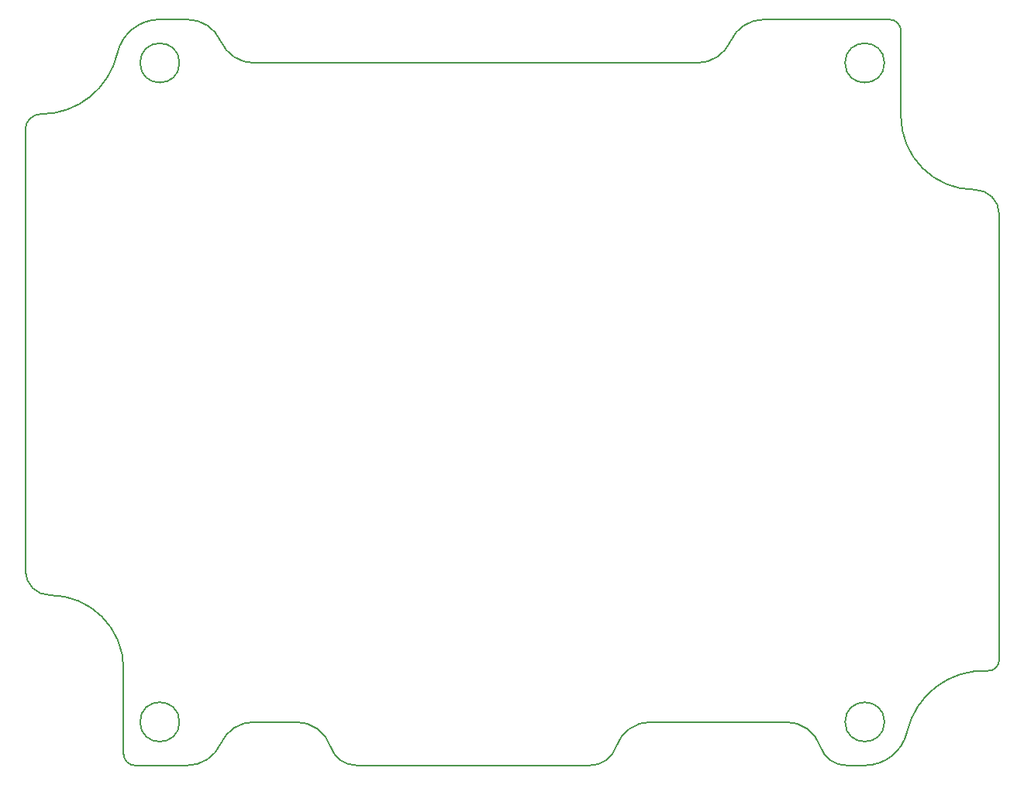
<source format=gbr>
%TF.GenerationSoftware,KiCad,Pcbnew,5.1.8*%
%TF.CreationDate,2020-12-20T23:42:19+01:00*%
%TF.ProjectId,pcb_module_hx711,7063625f-6d6f-4647-956c-655f68783731,rev?*%
%TF.SameCoordinates,Original*%
%TF.FileFunction,Profile,NP*%
%FSLAX46Y46*%
G04 Gerber Fmt 4.6, Leading zero omitted, Abs format (unit mm)*
G04 Created by KiCad (PCBNEW 5.1.8) date 2020-12-20 23:42:19*
%MOMM*%
%LPD*%
G01*
G04 APERTURE LIST*
%TA.AperFunction,Profile*%
%ADD10C,0.200000*%
%TD*%
G04 APERTURE END LIST*
D10*
X150369225Y-138198252D02*
G75*
G02*
X149123858Y-139381473I-1184773J1D01*
G01*
X55983920Y-149711893D02*
G75*
G02*
X54733920Y-148461893I0J1250000D01*
G01*
X138384452Y-68211893D02*
G75*
G02*
X139634452Y-69461893I0J-1250000D01*
G01*
X43999223Y-80240558D02*
G75*
G02*
X45683920Y-78555861I1684697J0D01*
G01*
X60834452Y-144961893D02*
G75*
G03*
X60834452Y-144961893I-2150000J0D01*
G01*
X60834452Y-72961893D02*
G75*
G03*
X60834452Y-72961893I-2150000J0D01*
G01*
X137834452Y-72961893D02*
G75*
G03*
X137834452Y-72961893I-2150000J0D01*
G01*
X137834452Y-144961893D02*
G75*
G03*
X137834452Y-144961893I-2150000J0D01*
G01*
X46683920Y-131111893D02*
G75*
G02*
X43999224Y-128427197I0J2684696D01*
G01*
X147684452Y-86811893D02*
G75*
G02*
X150369224Y-89496665I0J-2684772D01*
G01*
X108525253Y-147676179D02*
G75*
G02*
X105684452Y-149711893I-2840801J964286D01*
G01*
X80184452Y-149711894D02*
G75*
G02*
X77343650Y-147676179I0J3000001D01*
G01*
X133684452Y-149711894D02*
G75*
G02*
X130843650Y-147676179I0J3000001D01*
G01*
X65339500Y-147336893D02*
G75*
G02*
X61684452Y-149711893I-3655048J1625000D01*
G01*
X61684452Y-68211893D02*
G75*
G02*
X65339500Y-70586893I0J-4000000D01*
G01*
X121029404Y-70586893D02*
G75*
G02*
X124684452Y-68211893I3655048J-1625000D01*
G01*
X121029404Y-70586893D02*
G75*
G02*
X117374356Y-72961893I-3655048J1625000D01*
G01*
X68994547Y-72961892D02*
G75*
G02*
X65339500Y-70586893I0J3999999D01*
G01*
X127055915Y-144961893D02*
G75*
G02*
X130843650Y-147676179I0J-4000000D01*
G01*
X108525254Y-147676179D02*
G75*
G02*
X112312989Y-144961893I3787735J-1285714D01*
G01*
X65339499Y-147336893D02*
G75*
G02*
X68994547Y-144961893I3655048J-1625000D01*
G01*
X73555915Y-144961893D02*
G75*
G02*
X77343650Y-147676179I0J-4000000D01*
G01*
X54055905Y-71894631D02*
G75*
G02*
X58684452Y-68211893I4628547J-1067262D01*
G01*
X140312810Y-146029976D02*
G75*
G02*
X135684452Y-149711893I-4628358J1068083D01*
G01*
X46683920Y-131111893D02*
G75*
G02*
X54733920Y-139161893I0J-8050000D01*
G01*
X147684452Y-86811893D02*
G75*
G02*
X139634452Y-78761893I0J8050000D01*
G01*
X54055904Y-71894630D02*
G75*
G02*
X45683920Y-78555861I-8371984J1930433D01*
G01*
X140312810Y-146029976D02*
G75*
G02*
X149123858Y-139381473I8371642J-1931917D01*
G01*
X150369224Y-138198251D02*
X150369224Y-89496665D01*
X139634452Y-78761893D02*
X139634452Y-69461893D01*
X61684452Y-68211893D02*
X58684452Y-68211893D01*
X138384452Y-68211893D02*
X124684452Y-68211893D01*
X117374356Y-72961893D02*
X68994547Y-72961893D01*
X112312989Y-144961893D02*
X127055915Y-144961893D01*
X68994547Y-144961893D02*
X73555915Y-144961893D01*
X133684452Y-149711893D02*
X135684452Y-149711893D01*
X80184452Y-149711893D02*
X105684452Y-149711893D01*
X55983920Y-149711893D02*
X61684452Y-149711893D01*
X54733920Y-139161893D02*
X54733920Y-148461893D01*
X43999224Y-80240558D02*
X43999224Y-128427197D01*
M02*

</source>
